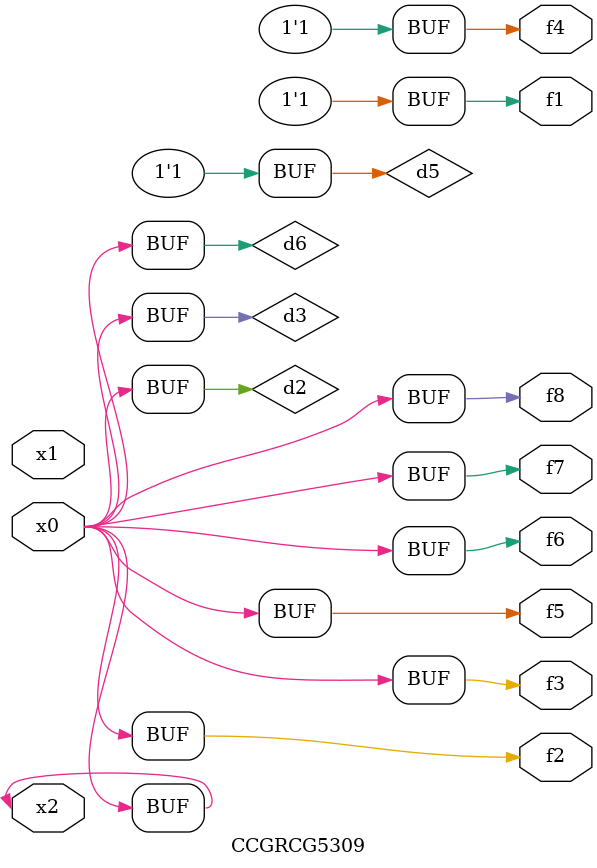
<source format=v>
module CCGRCG5309(
	input x0, x1, x2,
	output f1, f2, f3, f4, f5, f6, f7, f8
);

	wire d1, d2, d3, d4, d5, d6;

	xnor (d1, x2);
	buf (d2, x0, x2);
	and (d3, x0);
	xnor (d4, x1, x2);
	nand (d5, d1, d3);
	buf (d6, d2, d3);
	assign f1 = d5;
	assign f2 = d6;
	assign f3 = d6;
	assign f4 = d5;
	assign f5 = d6;
	assign f6 = d6;
	assign f7 = d6;
	assign f8 = d6;
endmodule

</source>
